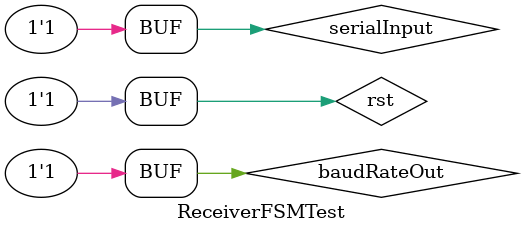
<source format=v>

`timescale 1ns/1ns 

module ReceiverFSMTest ();



    reg baudRateOut ; 
    reg serialInput ; 
    reg rst ; 
    wire [8:0] dataParityOut ; 
    wire ready ; 

    ReceiverFSM ReceiverFSMUT(
        .baudRateOut(baudRateOut), 
        .serialInput(serialInput), 
        .rst(rst), 
        .dataParityOut(dataParityOut),
        .ready(ready) 
    );  

    initial begin
        //reset the system 
        rst = 0 ; 
        #200 ; 
        rst = 1 ; 
        ////////////////////////////////
        //idle for 200 ns 
        serialInput = 1 ; 
        #416666 ;
        //sending a frame 

        //start bit 
        serialInput = 0 ; 
        #416666 ; 
        //d0
        serialInput = 1 ; 
        #416666 ;
        //d1
        serialInput = 0 ; 
        #416666 ;
        //d2
        serialInput = 1 ; 
        #416666 ;
        //d3
        serialInput = 0 ; 
        #416666 ;
        //d4
        serialInput = 1 ; 
        #416666 ;
        //d5
        serialInput = 0 ; 
        #416666 ;
        //d6
        serialInput = 1 ; 
        #416666 ;
        //d7
        serialInput = 0 ; 
        #416666 ;
        //parity
        serialInput = 1 ; 
        #416666 ;
        //stop
        serialInput = 1 ; 
        #416666 ;
        //idle 
        serialInput = 1 ; 

    end



    //testing 2400 bit/second speed
    //oversampling ---> 16*2400 ---> 26041 ns
    always begin
        baudRateOut = 0 ; 
        #13020.3333 ; 
        baudRateOut = 1 ; 
        #13020.3333 ; 
    end

endmodule
</source>
